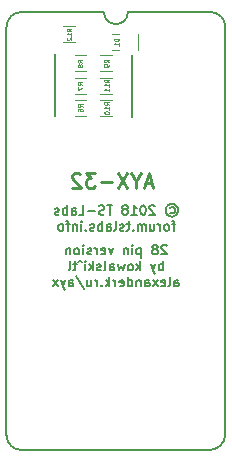
<source format=gbo>
G04 #@! TF.GenerationSoftware,KiCad,Pcbnew,5.0.1-33cea8e~68~ubuntu16.04.1*
G04 #@! TF.CreationDate,2018-11-17T04:31:05+03:00*
G04 #@! TF.ProjectId,ayx,6179782E6B696361645F706362000000,rev?*
G04 #@! TF.SameCoordinates,Original*
G04 #@! TF.FileFunction,Legend,Bot*
G04 #@! TF.FilePolarity,Positive*
%FSLAX46Y46*%
G04 Gerber Fmt 4.6, Leading zero omitted, Abs format (unit mm)*
G04 Created by KiCad (PCBNEW 5.0.1-33cea8e~68~ubuntu16.04.1) date Сб 17 ноя 2018 04:31:05*
%MOMM*%
%LPD*%
G01*
G04 APERTURE LIST*
%ADD10C,0.200000*%
%ADD11C,0.150000*%
%ADD12C,0.250000*%
%ADD13C,0.120000*%
%ADD14C,0.100000*%
%ADD15O,2.000000X2.000000*%
%ADD16R,2.000000X2.000000*%
%ADD17O,2.100000X2.100000*%
%ADD18R,2.100000X2.100000*%
%ADD19R,1.600000X1.300000*%
%ADD20O,1.750000X1.750000*%
%ADD21R,1.750000X1.750000*%
%ADD22R,1.600000X1.600000*%
%ADD23R,0.900000X1.300000*%
%ADD24C,1.400000*%
G04 APERTURE END LIST*
D10*
X149275800Y-93192600D02*
X149275800Y-87934800D01*
D11*
X152247066Y-104129895D02*
X152208971Y-104091800D01*
X152132780Y-104053704D01*
X151942304Y-104053704D01*
X151866114Y-104091800D01*
X151828019Y-104129895D01*
X151789923Y-104206085D01*
X151789923Y-104282276D01*
X151828019Y-104396561D01*
X152285161Y-104853704D01*
X151789923Y-104853704D01*
X151332780Y-104396561D02*
X151408971Y-104358466D01*
X151447066Y-104320371D01*
X151485161Y-104244180D01*
X151485161Y-104206085D01*
X151447066Y-104129895D01*
X151408971Y-104091800D01*
X151332780Y-104053704D01*
X151180400Y-104053704D01*
X151104209Y-104091800D01*
X151066114Y-104129895D01*
X151028019Y-104206085D01*
X151028019Y-104244180D01*
X151066114Y-104320371D01*
X151104209Y-104358466D01*
X151180400Y-104396561D01*
X151332780Y-104396561D01*
X151408971Y-104434657D01*
X151447066Y-104472752D01*
X151485161Y-104548942D01*
X151485161Y-104701323D01*
X151447066Y-104777514D01*
X151408971Y-104815609D01*
X151332780Y-104853704D01*
X151180400Y-104853704D01*
X151104209Y-104815609D01*
X151066114Y-104777514D01*
X151028019Y-104701323D01*
X151028019Y-104548942D01*
X151066114Y-104472752D01*
X151104209Y-104434657D01*
X151180400Y-104396561D01*
X150075638Y-104320371D02*
X150075638Y-105120371D01*
X150075638Y-104358466D02*
X149999447Y-104320371D01*
X149847066Y-104320371D01*
X149770876Y-104358466D01*
X149732780Y-104396561D01*
X149694685Y-104472752D01*
X149694685Y-104701323D01*
X149732780Y-104777514D01*
X149770876Y-104815609D01*
X149847066Y-104853704D01*
X149999447Y-104853704D01*
X150075638Y-104815609D01*
X149351828Y-104853704D02*
X149351828Y-104320371D01*
X149351828Y-104053704D02*
X149389923Y-104091800D01*
X149351828Y-104129895D01*
X149313733Y-104091800D01*
X149351828Y-104053704D01*
X149351828Y-104129895D01*
X148970876Y-104320371D02*
X148970876Y-104853704D01*
X148970876Y-104396561D02*
X148932780Y-104358466D01*
X148856590Y-104320371D01*
X148742304Y-104320371D01*
X148666114Y-104358466D01*
X148628019Y-104434657D01*
X148628019Y-104853704D01*
X147713733Y-104320371D02*
X147523257Y-104853704D01*
X147332780Y-104320371D01*
X146723257Y-104815609D02*
X146799447Y-104853704D01*
X146951828Y-104853704D01*
X147028019Y-104815609D01*
X147066114Y-104739419D01*
X147066114Y-104434657D01*
X147028019Y-104358466D01*
X146951828Y-104320371D01*
X146799447Y-104320371D01*
X146723257Y-104358466D01*
X146685161Y-104434657D01*
X146685161Y-104510847D01*
X147066114Y-104587038D01*
X146342304Y-104853704D02*
X146342304Y-104320371D01*
X146342304Y-104472752D02*
X146304209Y-104396561D01*
X146266114Y-104358466D01*
X146189923Y-104320371D01*
X146113733Y-104320371D01*
X145885161Y-104815609D02*
X145808971Y-104853704D01*
X145656590Y-104853704D01*
X145580400Y-104815609D01*
X145542304Y-104739419D01*
X145542304Y-104701323D01*
X145580400Y-104625133D01*
X145656590Y-104587038D01*
X145770876Y-104587038D01*
X145847066Y-104548942D01*
X145885161Y-104472752D01*
X145885161Y-104434657D01*
X145847066Y-104358466D01*
X145770876Y-104320371D01*
X145656590Y-104320371D01*
X145580400Y-104358466D01*
X145199447Y-104853704D02*
X145199447Y-104320371D01*
X145199447Y-104053704D02*
X145237542Y-104091800D01*
X145199447Y-104129895D01*
X145161352Y-104091800D01*
X145199447Y-104053704D01*
X145199447Y-104129895D01*
X144704209Y-104853704D02*
X144780400Y-104815609D01*
X144818495Y-104777514D01*
X144856590Y-104701323D01*
X144856590Y-104472752D01*
X144818495Y-104396561D01*
X144780400Y-104358466D01*
X144704209Y-104320371D01*
X144589923Y-104320371D01*
X144513733Y-104358466D01*
X144475638Y-104396561D01*
X144437542Y-104472752D01*
X144437542Y-104701323D01*
X144475638Y-104777514D01*
X144513733Y-104815609D01*
X144589923Y-104853704D01*
X144704209Y-104853704D01*
X144094685Y-104320371D02*
X144094685Y-104853704D01*
X144094685Y-104396561D02*
X144056590Y-104358466D01*
X143980400Y-104320371D01*
X143866114Y-104320371D01*
X143789923Y-104358466D01*
X143751828Y-104434657D01*
X143751828Y-104853704D01*
X151942304Y-106203704D02*
X151942304Y-105403704D01*
X151942304Y-105708466D02*
X151866114Y-105670371D01*
X151713733Y-105670371D01*
X151637542Y-105708466D01*
X151599447Y-105746561D01*
X151561352Y-105822752D01*
X151561352Y-106051323D01*
X151599447Y-106127514D01*
X151637542Y-106165609D01*
X151713733Y-106203704D01*
X151866114Y-106203704D01*
X151942304Y-106165609D01*
X151294685Y-105670371D02*
X151104209Y-106203704D01*
X150913733Y-105670371D02*
X151104209Y-106203704D01*
X151180400Y-106394180D01*
X151218495Y-106432276D01*
X151294685Y-106470371D01*
X149999447Y-106203704D02*
X149999447Y-105403704D01*
X149923257Y-105898942D02*
X149694685Y-106203704D01*
X149694685Y-105670371D02*
X149999447Y-105975133D01*
X149237542Y-106203704D02*
X149313733Y-106165609D01*
X149351828Y-106127514D01*
X149389923Y-106051323D01*
X149389923Y-105822752D01*
X149351828Y-105746561D01*
X149313733Y-105708466D01*
X149237542Y-105670371D01*
X149123257Y-105670371D01*
X149047066Y-105708466D01*
X149008971Y-105746561D01*
X148970876Y-105822752D01*
X148970876Y-106051323D01*
X149008971Y-106127514D01*
X149047066Y-106165609D01*
X149123257Y-106203704D01*
X149237542Y-106203704D01*
X148704209Y-105670371D02*
X148551828Y-106203704D01*
X148399447Y-105822752D01*
X148247066Y-106203704D01*
X148094685Y-105670371D01*
X147447066Y-106203704D02*
X147447066Y-105784657D01*
X147485161Y-105708466D01*
X147561352Y-105670371D01*
X147713733Y-105670371D01*
X147789923Y-105708466D01*
X147447066Y-106165609D02*
X147523257Y-106203704D01*
X147713733Y-106203704D01*
X147789923Y-106165609D01*
X147828019Y-106089419D01*
X147828019Y-106013228D01*
X147789923Y-105937038D01*
X147713733Y-105898942D01*
X147523257Y-105898942D01*
X147447066Y-105860847D01*
X146951828Y-106203704D02*
X147028019Y-106165609D01*
X147066114Y-106089419D01*
X147066114Y-105403704D01*
X146685161Y-106165609D02*
X146608971Y-106203704D01*
X146456590Y-106203704D01*
X146380400Y-106165609D01*
X146342304Y-106089419D01*
X146342304Y-106051323D01*
X146380400Y-105975133D01*
X146456590Y-105937038D01*
X146570876Y-105937038D01*
X146647066Y-105898942D01*
X146685161Y-105822752D01*
X146685161Y-105784657D01*
X146647066Y-105708466D01*
X146570876Y-105670371D01*
X146456590Y-105670371D01*
X146380400Y-105708466D01*
X145999447Y-106203704D02*
X145999447Y-105403704D01*
X145923257Y-105898942D02*
X145694685Y-106203704D01*
X145694685Y-105670371D02*
X145999447Y-105975133D01*
X145351828Y-106203704D02*
X145351828Y-105670371D01*
X145351828Y-105403704D02*
X145389923Y-105441800D01*
X145351828Y-105479895D01*
X145313733Y-105441800D01*
X145351828Y-105403704D01*
X145351828Y-105479895D01*
X145085161Y-105479895D02*
X144932780Y-105365609D01*
X144780400Y-105479895D01*
X144628019Y-105670371D02*
X144323257Y-105670371D01*
X144513733Y-105403704D02*
X144513733Y-106089419D01*
X144475638Y-106165609D01*
X144399447Y-106203704D01*
X144323257Y-106203704D01*
X143942304Y-106203704D02*
X144018495Y-106165609D01*
X144056590Y-106089419D01*
X144056590Y-105403704D01*
X152894685Y-107553704D02*
X152894685Y-107134657D01*
X152932780Y-107058466D01*
X153008971Y-107020371D01*
X153161352Y-107020371D01*
X153237542Y-107058466D01*
X152894685Y-107515609D02*
X152970876Y-107553704D01*
X153161352Y-107553704D01*
X153237542Y-107515609D01*
X153275638Y-107439419D01*
X153275638Y-107363228D01*
X153237542Y-107287038D01*
X153161352Y-107248942D01*
X152970876Y-107248942D01*
X152894685Y-107210847D01*
X152399447Y-107553704D02*
X152475638Y-107515609D01*
X152513733Y-107439419D01*
X152513733Y-106753704D01*
X151789923Y-107515609D02*
X151866114Y-107553704D01*
X152018495Y-107553704D01*
X152094685Y-107515609D01*
X152132780Y-107439419D01*
X152132780Y-107134657D01*
X152094685Y-107058466D01*
X152018495Y-107020371D01*
X151866114Y-107020371D01*
X151789923Y-107058466D01*
X151751828Y-107134657D01*
X151751828Y-107210847D01*
X152132780Y-107287038D01*
X151485161Y-107553704D02*
X151066114Y-107020371D01*
X151485161Y-107020371D02*
X151066114Y-107553704D01*
X150418495Y-107553704D02*
X150418495Y-107134657D01*
X150456590Y-107058466D01*
X150532780Y-107020371D01*
X150685161Y-107020371D01*
X150761352Y-107058466D01*
X150418495Y-107515609D02*
X150494685Y-107553704D01*
X150685161Y-107553704D01*
X150761352Y-107515609D01*
X150799447Y-107439419D01*
X150799447Y-107363228D01*
X150761352Y-107287038D01*
X150685161Y-107248942D01*
X150494685Y-107248942D01*
X150418495Y-107210847D01*
X150037542Y-107020371D02*
X150037542Y-107553704D01*
X150037542Y-107096561D02*
X149999447Y-107058466D01*
X149923257Y-107020371D01*
X149808971Y-107020371D01*
X149732780Y-107058466D01*
X149694685Y-107134657D01*
X149694685Y-107553704D01*
X148970876Y-107553704D02*
X148970876Y-106753704D01*
X148970876Y-107515609D02*
X149047066Y-107553704D01*
X149199447Y-107553704D01*
X149275638Y-107515609D01*
X149313733Y-107477514D01*
X149351828Y-107401323D01*
X149351828Y-107172752D01*
X149313733Y-107096561D01*
X149275638Y-107058466D01*
X149199447Y-107020371D01*
X149047066Y-107020371D01*
X148970876Y-107058466D01*
X148285161Y-107515609D02*
X148361352Y-107553704D01*
X148513733Y-107553704D01*
X148589923Y-107515609D01*
X148628019Y-107439419D01*
X148628019Y-107134657D01*
X148589923Y-107058466D01*
X148513733Y-107020371D01*
X148361352Y-107020371D01*
X148285161Y-107058466D01*
X148247066Y-107134657D01*
X148247066Y-107210847D01*
X148628019Y-107287038D01*
X147904209Y-107553704D02*
X147904209Y-107020371D01*
X147904209Y-107172752D02*
X147866114Y-107096561D01*
X147828019Y-107058466D01*
X147751828Y-107020371D01*
X147675638Y-107020371D01*
X147408971Y-107553704D02*
X147408971Y-106753704D01*
X147332780Y-107248942D02*
X147104209Y-107553704D01*
X147104209Y-107020371D02*
X147408971Y-107325133D01*
X146761352Y-107477514D02*
X146723257Y-107515609D01*
X146761352Y-107553704D01*
X146799447Y-107515609D01*
X146761352Y-107477514D01*
X146761352Y-107553704D01*
X146380400Y-107553704D02*
X146380400Y-107020371D01*
X146380400Y-107172752D02*
X146342304Y-107096561D01*
X146304209Y-107058466D01*
X146228019Y-107020371D01*
X146151828Y-107020371D01*
X145542304Y-107020371D02*
X145542304Y-107553704D01*
X145885161Y-107020371D02*
X145885161Y-107439419D01*
X145847066Y-107515609D01*
X145770876Y-107553704D01*
X145656590Y-107553704D01*
X145580400Y-107515609D01*
X145542304Y-107477514D01*
X144589923Y-106715609D02*
X145275638Y-107744180D01*
X143980400Y-107553704D02*
X143980400Y-107134657D01*
X144018495Y-107058466D01*
X144094685Y-107020371D01*
X144247066Y-107020371D01*
X144323257Y-107058466D01*
X143980400Y-107515609D02*
X144056590Y-107553704D01*
X144247066Y-107553704D01*
X144323257Y-107515609D01*
X144361352Y-107439419D01*
X144361352Y-107363228D01*
X144323257Y-107287038D01*
X144247066Y-107248942D01*
X144056590Y-107248942D01*
X143980400Y-107210847D01*
X143675638Y-107020371D02*
X143485161Y-107553704D01*
X143294685Y-107020371D02*
X143485161Y-107553704D01*
X143561352Y-107744180D01*
X143599447Y-107782276D01*
X143675638Y-107820371D01*
X143066114Y-107553704D02*
X142647066Y-107020371D01*
X143066114Y-107020371D02*
X142647066Y-107553704D01*
X152539133Y-100880580D02*
X152615323Y-100842485D01*
X152767704Y-100842485D01*
X152843895Y-100880580D01*
X152920085Y-100956771D01*
X152958180Y-101032961D01*
X152958180Y-101185342D01*
X152920085Y-101261533D01*
X152843895Y-101337723D01*
X152767704Y-101375819D01*
X152615323Y-101375819D01*
X152539133Y-101337723D01*
X152691514Y-100575819D02*
X152881990Y-100613914D01*
X153072466Y-100728200D01*
X153186752Y-100918676D01*
X153224847Y-101109152D01*
X153186752Y-101299628D01*
X153072466Y-101490104D01*
X152881990Y-101604390D01*
X152691514Y-101642485D01*
X152501038Y-101604390D01*
X152310561Y-101490104D01*
X152196276Y-101299628D01*
X152158180Y-101109152D01*
X152196276Y-100918676D01*
X152310561Y-100728200D01*
X152501038Y-100613914D01*
X152691514Y-100575819D01*
X151243895Y-100766295D02*
X151205800Y-100728200D01*
X151129609Y-100690104D01*
X150939133Y-100690104D01*
X150862942Y-100728200D01*
X150824847Y-100766295D01*
X150786752Y-100842485D01*
X150786752Y-100918676D01*
X150824847Y-101032961D01*
X151281990Y-101490104D01*
X150786752Y-101490104D01*
X150291514Y-100690104D02*
X150215323Y-100690104D01*
X150139133Y-100728200D01*
X150101038Y-100766295D01*
X150062942Y-100842485D01*
X150024847Y-100994866D01*
X150024847Y-101185342D01*
X150062942Y-101337723D01*
X150101038Y-101413914D01*
X150139133Y-101452009D01*
X150215323Y-101490104D01*
X150291514Y-101490104D01*
X150367704Y-101452009D01*
X150405800Y-101413914D01*
X150443895Y-101337723D01*
X150481990Y-101185342D01*
X150481990Y-100994866D01*
X150443895Y-100842485D01*
X150405800Y-100766295D01*
X150367704Y-100728200D01*
X150291514Y-100690104D01*
X149262942Y-101490104D02*
X149720085Y-101490104D01*
X149491514Y-101490104D02*
X149491514Y-100690104D01*
X149567704Y-100804390D01*
X149643895Y-100880580D01*
X149720085Y-100918676D01*
X148805800Y-101032961D02*
X148881990Y-100994866D01*
X148920085Y-100956771D01*
X148958180Y-100880580D01*
X148958180Y-100842485D01*
X148920085Y-100766295D01*
X148881990Y-100728200D01*
X148805800Y-100690104D01*
X148653419Y-100690104D01*
X148577228Y-100728200D01*
X148539133Y-100766295D01*
X148501038Y-100842485D01*
X148501038Y-100880580D01*
X148539133Y-100956771D01*
X148577228Y-100994866D01*
X148653419Y-101032961D01*
X148805800Y-101032961D01*
X148881990Y-101071057D01*
X148920085Y-101109152D01*
X148958180Y-101185342D01*
X148958180Y-101337723D01*
X148920085Y-101413914D01*
X148881990Y-101452009D01*
X148805800Y-101490104D01*
X148653419Y-101490104D01*
X148577228Y-101452009D01*
X148539133Y-101413914D01*
X148501038Y-101337723D01*
X148501038Y-101185342D01*
X148539133Y-101109152D01*
X148577228Y-101071057D01*
X148653419Y-101032961D01*
X147662942Y-100690104D02*
X147205800Y-100690104D01*
X147434371Y-101490104D02*
X147434371Y-100690104D01*
X146977228Y-101452009D02*
X146862942Y-101490104D01*
X146672466Y-101490104D01*
X146596276Y-101452009D01*
X146558180Y-101413914D01*
X146520085Y-101337723D01*
X146520085Y-101261533D01*
X146558180Y-101185342D01*
X146596276Y-101147247D01*
X146672466Y-101109152D01*
X146824847Y-101071057D01*
X146901038Y-101032961D01*
X146939133Y-100994866D01*
X146977228Y-100918676D01*
X146977228Y-100842485D01*
X146939133Y-100766295D01*
X146901038Y-100728200D01*
X146824847Y-100690104D01*
X146634371Y-100690104D01*
X146520085Y-100728200D01*
X146177228Y-101185342D02*
X145567704Y-101185342D01*
X144805800Y-101490104D02*
X145186752Y-101490104D01*
X145186752Y-100690104D01*
X144196276Y-101490104D02*
X144196276Y-101071057D01*
X144234371Y-100994866D01*
X144310561Y-100956771D01*
X144462942Y-100956771D01*
X144539133Y-100994866D01*
X144196276Y-101452009D02*
X144272466Y-101490104D01*
X144462942Y-101490104D01*
X144539133Y-101452009D01*
X144577228Y-101375819D01*
X144577228Y-101299628D01*
X144539133Y-101223438D01*
X144462942Y-101185342D01*
X144272466Y-101185342D01*
X144196276Y-101147247D01*
X143815323Y-101490104D02*
X143815323Y-100690104D01*
X143815323Y-100994866D02*
X143739133Y-100956771D01*
X143586752Y-100956771D01*
X143510561Y-100994866D01*
X143472466Y-101032961D01*
X143434371Y-101109152D01*
X143434371Y-101337723D01*
X143472466Y-101413914D01*
X143510561Y-101452009D01*
X143586752Y-101490104D01*
X143739133Y-101490104D01*
X143815323Y-101452009D01*
X143129609Y-101452009D02*
X143053419Y-101490104D01*
X142901038Y-101490104D01*
X142824847Y-101452009D01*
X142786752Y-101375819D01*
X142786752Y-101337723D01*
X142824847Y-101261533D01*
X142901038Y-101223438D01*
X143015323Y-101223438D01*
X143091514Y-101185342D01*
X143129609Y-101109152D01*
X143129609Y-101071057D01*
X143091514Y-100994866D01*
X143015323Y-100956771D01*
X142901038Y-100956771D01*
X142824847Y-100994866D01*
X152996276Y-102306771D02*
X152691514Y-102306771D01*
X152881990Y-102840104D02*
X152881990Y-102154390D01*
X152843895Y-102078200D01*
X152767704Y-102040104D01*
X152691514Y-102040104D01*
X152310561Y-102840104D02*
X152386752Y-102802009D01*
X152424847Y-102763914D01*
X152462942Y-102687723D01*
X152462942Y-102459152D01*
X152424847Y-102382961D01*
X152386752Y-102344866D01*
X152310561Y-102306771D01*
X152196276Y-102306771D01*
X152120085Y-102344866D01*
X152081990Y-102382961D01*
X152043895Y-102459152D01*
X152043895Y-102687723D01*
X152081990Y-102763914D01*
X152120085Y-102802009D01*
X152196276Y-102840104D01*
X152310561Y-102840104D01*
X151701038Y-102840104D02*
X151701038Y-102306771D01*
X151701038Y-102459152D02*
X151662942Y-102382961D01*
X151624847Y-102344866D01*
X151548657Y-102306771D01*
X151472466Y-102306771D01*
X150862942Y-102306771D02*
X150862942Y-102840104D01*
X151205800Y-102306771D02*
X151205800Y-102725819D01*
X151167704Y-102802009D01*
X151091514Y-102840104D01*
X150977228Y-102840104D01*
X150901038Y-102802009D01*
X150862942Y-102763914D01*
X150481990Y-102840104D02*
X150481990Y-102306771D01*
X150481990Y-102382961D02*
X150443895Y-102344866D01*
X150367704Y-102306771D01*
X150253419Y-102306771D01*
X150177228Y-102344866D01*
X150139133Y-102421057D01*
X150139133Y-102840104D01*
X150139133Y-102421057D02*
X150101038Y-102344866D01*
X150024847Y-102306771D01*
X149910561Y-102306771D01*
X149834371Y-102344866D01*
X149796276Y-102421057D01*
X149796276Y-102840104D01*
X149415323Y-102763914D02*
X149377228Y-102802009D01*
X149415323Y-102840104D01*
X149453419Y-102802009D01*
X149415323Y-102763914D01*
X149415323Y-102840104D01*
X149148657Y-102306771D02*
X148843895Y-102306771D01*
X149034371Y-102040104D02*
X149034371Y-102725819D01*
X148996276Y-102802009D01*
X148920085Y-102840104D01*
X148843895Y-102840104D01*
X148615323Y-102802009D02*
X148539133Y-102840104D01*
X148386752Y-102840104D01*
X148310561Y-102802009D01*
X148272466Y-102725819D01*
X148272466Y-102687723D01*
X148310561Y-102611533D01*
X148386752Y-102573438D01*
X148501038Y-102573438D01*
X148577228Y-102535342D01*
X148615323Y-102459152D01*
X148615323Y-102421057D01*
X148577228Y-102344866D01*
X148501038Y-102306771D01*
X148386752Y-102306771D01*
X148310561Y-102344866D01*
X147815323Y-102840104D02*
X147891514Y-102802009D01*
X147929609Y-102725819D01*
X147929609Y-102040104D01*
X147167704Y-102840104D02*
X147167704Y-102421057D01*
X147205800Y-102344866D01*
X147281990Y-102306771D01*
X147434371Y-102306771D01*
X147510561Y-102344866D01*
X147167704Y-102802009D02*
X147243895Y-102840104D01*
X147434371Y-102840104D01*
X147510561Y-102802009D01*
X147548657Y-102725819D01*
X147548657Y-102649628D01*
X147510561Y-102573438D01*
X147434371Y-102535342D01*
X147243895Y-102535342D01*
X147167704Y-102497247D01*
X146786752Y-102840104D02*
X146786752Y-102040104D01*
X146786752Y-102344866D02*
X146710561Y-102306771D01*
X146558180Y-102306771D01*
X146481990Y-102344866D01*
X146443895Y-102382961D01*
X146405800Y-102459152D01*
X146405800Y-102687723D01*
X146443895Y-102763914D01*
X146481990Y-102802009D01*
X146558180Y-102840104D01*
X146710561Y-102840104D01*
X146786752Y-102802009D01*
X146101038Y-102802009D02*
X146024847Y-102840104D01*
X145872466Y-102840104D01*
X145796276Y-102802009D01*
X145758180Y-102725819D01*
X145758180Y-102687723D01*
X145796276Y-102611533D01*
X145872466Y-102573438D01*
X145986752Y-102573438D01*
X146062942Y-102535342D01*
X146101038Y-102459152D01*
X146101038Y-102421057D01*
X146062942Y-102344866D01*
X145986752Y-102306771D01*
X145872466Y-102306771D01*
X145796276Y-102344866D01*
X145415323Y-102763914D02*
X145377228Y-102802009D01*
X145415323Y-102840104D01*
X145453419Y-102802009D01*
X145415323Y-102763914D01*
X145415323Y-102840104D01*
X145034371Y-102840104D02*
X145034371Y-102306771D01*
X145034371Y-102040104D02*
X145072466Y-102078200D01*
X145034371Y-102116295D01*
X144996276Y-102078200D01*
X145034371Y-102040104D01*
X145034371Y-102116295D01*
X144653419Y-102306771D02*
X144653419Y-102840104D01*
X144653419Y-102382961D02*
X144615323Y-102344866D01*
X144539133Y-102306771D01*
X144424847Y-102306771D01*
X144348657Y-102344866D01*
X144310561Y-102421057D01*
X144310561Y-102840104D01*
X144043895Y-102306771D02*
X143739133Y-102306771D01*
X143929609Y-102840104D02*
X143929609Y-102154390D01*
X143891514Y-102078200D01*
X143815323Y-102040104D01*
X143739133Y-102040104D01*
X143358180Y-102840104D02*
X143434371Y-102802009D01*
X143472466Y-102763914D01*
X143510561Y-102687723D01*
X143510561Y-102459152D01*
X143472466Y-102382961D01*
X143434371Y-102344866D01*
X143358180Y-102306771D01*
X143243895Y-102306771D01*
X143167704Y-102344866D01*
X143129609Y-102382961D01*
X143091514Y-102459152D01*
X143091514Y-102687723D01*
X143129609Y-102763914D01*
X143167704Y-102802009D01*
X143243895Y-102840104D01*
X143358180Y-102840104D01*
D12*
X151017657Y-98836533D02*
X150422419Y-98836533D01*
X151136704Y-99193676D02*
X150720038Y-97943676D01*
X150303371Y-99193676D01*
X149648609Y-98598438D02*
X149648609Y-99193676D01*
X150065276Y-97943676D02*
X149648609Y-98598438D01*
X149231942Y-97943676D01*
X148934323Y-97943676D02*
X148100990Y-99193676D01*
X148100990Y-97943676D02*
X148934323Y-99193676D01*
X147624800Y-98717485D02*
X146672419Y-98717485D01*
X146196228Y-97943676D02*
X145422419Y-97943676D01*
X145839085Y-98419866D01*
X145660514Y-98419866D01*
X145541466Y-98479390D01*
X145481942Y-98538914D01*
X145422419Y-98657961D01*
X145422419Y-98955580D01*
X145481942Y-99074628D01*
X145541466Y-99134152D01*
X145660514Y-99193676D01*
X146017657Y-99193676D01*
X146136704Y-99134152D01*
X146196228Y-99074628D01*
X144946228Y-98062723D02*
X144886704Y-98003200D01*
X144767657Y-97943676D01*
X144470038Y-97943676D01*
X144350990Y-98003200D01*
X144291466Y-98062723D01*
X144231942Y-98181771D01*
X144231942Y-98300819D01*
X144291466Y-98479390D01*
X145005752Y-99193676D01*
X144231942Y-99193676D01*
D10*
X142824200Y-93167200D02*
X142824200Y-87909400D01*
D11*
X146939000Y-84328000D02*
G75*
G03X148971000Y-84328000I1016000J0D01*
G01*
X146939000Y-84328000D02*
X139954000Y-84328000D01*
X155829000Y-121417761D02*
G75*
G03X157226000Y-120142000I0J1402761D01*
G01*
X138684000Y-120142000D02*
G75*
G03X139954000Y-121412000I1270000J0D01*
G01*
X157226000Y-85598000D02*
G75*
G03X155956000Y-84328000I-1270000J0D01*
G01*
X139954000Y-84328000D02*
G75*
G03X138684000Y-85598000I0J-1270000D01*
G01*
X138684000Y-120142000D02*
X138684000Y-85598000D01*
X155829000Y-121412000D02*
X139954000Y-121412000D01*
X157226000Y-85598000D02*
X157226000Y-120142000D01*
X148971000Y-84328000D02*
X155956000Y-84328000D01*
D13*
G04 #@! TO.C,R6*
X145450000Y-91776000D02*
X144450000Y-91776000D01*
X144450000Y-93136000D02*
X145450000Y-93136000D01*
G04 #@! TO.C,R7*
X145450000Y-89871000D02*
X144450000Y-89871000D01*
X144450000Y-91231000D02*
X145450000Y-91231000D01*
G04 #@! TO.C,R8*
X145450000Y-87966000D02*
X144450000Y-87966000D01*
X144450000Y-89326000D02*
X145450000Y-89326000D01*
G04 #@! TO.C,R9*
X146650000Y-89326000D02*
X147650000Y-89326000D01*
X147650000Y-87966000D02*
X146650000Y-87966000D01*
G04 #@! TO.C,R10*
X146650000Y-93136000D02*
X147650000Y-93136000D01*
X147650000Y-91776000D02*
X146650000Y-91776000D01*
G04 #@! TO.C,R11*
X146650000Y-91231000D02*
X147650000Y-91231000D01*
X147650000Y-89871000D02*
X146650000Y-89871000D01*
G04 #@! TO.C,D1*
X149800000Y-86168000D02*
X147000000Y-86168000D01*
X149800000Y-87568000D02*
X147000000Y-87568000D01*
X149800000Y-86168000D02*
X149800000Y-87568000D01*
G04 #@! TO.C,R12*
X143500000Y-86880000D02*
X144500000Y-86880000D01*
X144500000Y-85520000D02*
X143500000Y-85520000D01*
G04 #@! TD*
G04 #@! TO.C,R6*
D14*
X145138752Y-92363933D02*
X144948276Y-92230600D01*
X145138752Y-92135361D02*
X144738752Y-92135361D01*
X144738752Y-92287742D01*
X144757800Y-92325838D01*
X144776847Y-92344885D01*
X144814942Y-92363933D01*
X144872085Y-92363933D01*
X144910180Y-92344885D01*
X144929228Y-92325838D01*
X144948276Y-92287742D01*
X144948276Y-92135361D01*
X144738752Y-92706790D02*
X144738752Y-92630600D01*
X144757800Y-92592504D01*
X144776847Y-92573457D01*
X144833990Y-92535361D01*
X144910180Y-92516314D01*
X145062561Y-92516314D01*
X145100657Y-92535361D01*
X145119704Y-92554409D01*
X145138752Y-92592504D01*
X145138752Y-92668695D01*
X145119704Y-92706790D01*
X145100657Y-92725838D01*
X145062561Y-92744885D01*
X144967323Y-92744885D01*
X144929228Y-92725838D01*
X144910180Y-92706790D01*
X144891133Y-92668695D01*
X144891133Y-92592504D01*
X144910180Y-92554409D01*
X144929228Y-92535361D01*
X144967323Y-92516314D01*
G04 #@! TO.C,R7*
X145113352Y-90509733D02*
X144922876Y-90376400D01*
X145113352Y-90281161D02*
X144713352Y-90281161D01*
X144713352Y-90433542D01*
X144732400Y-90471638D01*
X144751447Y-90490685D01*
X144789542Y-90509733D01*
X144846685Y-90509733D01*
X144884780Y-90490685D01*
X144903828Y-90471638D01*
X144922876Y-90433542D01*
X144922876Y-90281161D01*
X144713352Y-90643066D02*
X144713352Y-90909733D01*
X145113352Y-90738304D01*
G04 #@! TO.C,R8*
X145113352Y-88604733D02*
X144922876Y-88471400D01*
X145113352Y-88376161D02*
X144713352Y-88376161D01*
X144713352Y-88528542D01*
X144732400Y-88566638D01*
X144751447Y-88585685D01*
X144789542Y-88604733D01*
X144846685Y-88604733D01*
X144884780Y-88585685D01*
X144903828Y-88566638D01*
X144922876Y-88528542D01*
X144922876Y-88376161D01*
X144884780Y-88833304D02*
X144865733Y-88795209D01*
X144846685Y-88776161D01*
X144808590Y-88757114D01*
X144789542Y-88757114D01*
X144751447Y-88776161D01*
X144732400Y-88795209D01*
X144713352Y-88833304D01*
X144713352Y-88909495D01*
X144732400Y-88947590D01*
X144751447Y-88966638D01*
X144789542Y-88985685D01*
X144808590Y-88985685D01*
X144846685Y-88966638D01*
X144865733Y-88947590D01*
X144884780Y-88909495D01*
X144884780Y-88833304D01*
X144903828Y-88795209D01*
X144922876Y-88776161D01*
X144960971Y-88757114D01*
X145037161Y-88757114D01*
X145075257Y-88776161D01*
X145094304Y-88795209D01*
X145113352Y-88833304D01*
X145113352Y-88909495D01*
X145094304Y-88947590D01*
X145075257Y-88966638D01*
X145037161Y-88985685D01*
X144960971Y-88985685D01*
X144922876Y-88966638D01*
X144903828Y-88947590D01*
X144884780Y-88909495D01*
G04 #@! TO.C,R9*
X147348552Y-88579333D02*
X147158076Y-88446000D01*
X147348552Y-88350761D02*
X146948552Y-88350761D01*
X146948552Y-88503142D01*
X146967600Y-88541238D01*
X146986647Y-88560285D01*
X147024742Y-88579333D01*
X147081885Y-88579333D01*
X147119980Y-88560285D01*
X147139028Y-88541238D01*
X147158076Y-88503142D01*
X147158076Y-88350761D01*
X147348552Y-88769809D02*
X147348552Y-88846000D01*
X147329504Y-88884095D01*
X147310457Y-88903142D01*
X147253314Y-88941238D01*
X147177123Y-88960285D01*
X147024742Y-88960285D01*
X146986647Y-88941238D01*
X146967600Y-88922190D01*
X146948552Y-88884095D01*
X146948552Y-88807904D01*
X146967600Y-88769809D01*
X146986647Y-88750761D01*
X147024742Y-88731714D01*
X147119980Y-88731714D01*
X147158076Y-88750761D01*
X147177123Y-88769809D01*
X147196171Y-88807904D01*
X147196171Y-88884095D01*
X147177123Y-88922190D01*
X147158076Y-88941238D01*
X147119980Y-88960285D01*
G04 #@! TO.C,R10*
X147373952Y-92198857D02*
X147183476Y-92065523D01*
X147373952Y-91970285D02*
X146973952Y-91970285D01*
X146973952Y-92122666D01*
X146993000Y-92160761D01*
X147012047Y-92179809D01*
X147050142Y-92198857D01*
X147107285Y-92198857D01*
X147145380Y-92179809D01*
X147164428Y-92160761D01*
X147183476Y-92122666D01*
X147183476Y-91970285D01*
X147373952Y-92579809D02*
X147373952Y-92351238D01*
X147373952Y-92465523D02*
X146973952Y-92465523D01*
X147031095Y-92427428D01*
X147069190Y-92389333D01*
X147088238Y-92351238D01*
X146973952Y-92827428D02*
X146973952Y-92865523D01*
X146993000Y-92903619D01*
X147012047Y-92922666D01*
X147050142Y-92941714D01*
X147126333Y-92960761D01*
X147221571Y-92960761D01*
X147297761Y-92941714D01*
X147335857Y-92922666D01*
X147354904Y-92903619D01*
X147373952Y-92865523D01*
X147373952Y-92827428D01*
X147354904Y-92789333D01*
X147335857Y-92770285D01*
X147297761Y-92751238D01*
X147221571Y-92732190D01*
X147126333Y-92732190D01*
X147050142Y-92751238D01*
X147012047Y-92770285D01*
X146993000Y-92789333D01*
X146973952Y-92827428D01*
G04 #@! TO.C,R11*
X147373952Y-90268457D02*
X147183476Y-90135123D01*
X147373952Y-90039885D02*
X146973952Y-90039885D01*
X146973952Y-90192266D01*
X146993000Y-90230361D01*
X147012047Y-90249409D01*
X147050142Y-90268457D01*
X147107285Y-90268457D01*
X147145380Y-90249409D01*
X147164428Y-90230361D01*
X147183476Y-90192266D01*
X147183476Y-90039885D01*
X147373952Y-90649409D02*
X147373952Y-90420838D01*
X147373952Y-90535123D02*
X146973952Y-90535123D01*
X147031095Y-90497028D01*
X147069190Y-90458933D01*
X147088238Y-90420838D01*
X147373952Y-91030361D02*
X147373952Y-90801790D01*
X147373952Y-90916076D02*
X146973952Y-90916076D01*
X147031095Y-90877980D01*
X147069190Y-90839885D01*
X147088238Y-90801790D01*
G04 #@! TO.C,D1*
X148186752Y-86572761D02*
X147786752Y-86572761D01*
X147786752Y-86668000D01*
X147805800Y-86725142D01*
X147843895Y-86763238D01*
X147881990Y-86782285D01*
X147958180Y-86801333D01*
X148015323Y-86801333D01*
X148091514Y-86782285D01*
X148129609Y-86763238D01*
X148167704Y-86725142D01*
X148186752Y-86668000D01*
X148186752Y-86572761D01*
X148186752Y-87182285D02*
X148186752Y-86953714D01*
X148186752Y-87068000D02*
X147786752Y-87068000D01*
X147843895Y-87029904D01*
X147881990Y-86991809D01*
X147901038Y-86953714D01*
G04 #@! TO.C,R12*
X144180952Y-85950457D02*
X143990476Y-85817123D01*
X144180952Y-85721885D02*
X143780952Y-85721885D01*
X143780952Y-85874266D01*
X143800000Y-85912361D01*
X143819047Y-85931409D01*
X143857142Y-85950457D01*
X143914285Y-85950457D01*
X143952380Y-85931409D01*
X143971428Y-85912361D01*
X143990476Y-85874266D01*
X143990476Y-85721885D01*
X144180952Y-86331409D02*
X144180952Y-86102838D01*
X144180952Y-86217123D02*
X143780952Y-86217123D01*
X143838095Y-86179028D01*
X143876190Y-86140933D01*
X143895238Y-86102838D01*
X143819047Y-86483790D02*
X143800000Y-86502838D01*
X143780952Y-86540933D01*
X143780952Y-86636171D01*
X143800000Y-86674266D01*
X143819047Y-86693314D01*
X143857142Y-86712361D01*
X143895238Y-86712361D01*
X143952380Y-86693314D01*
X144180952Y-86464742D01*
X144180952Y-86712361D01*
G04 #@! TD*
%LPC*%
D15*
G04 #@! TO.C,U2*
X155575000Y-86360000D03*
X140335000Y-119380000D03*
X155575000Y-88900000D03*
X140335000Y-116840000D03*
X155575000Y-91440000D03*
X140335000Y-114300000D03*
X155575000Y-93980000D03*
X140335000Y-111760000D03*
X155575000Y-96520000D03*
X140335000Y-109220000D03*
X155575000Y-99060000D03*
X140335000Y-106680000D03*
X155575000Y-101600000D03*
X140335000Y-104140000D03*
X155575000Y-104140000D03*
X140335000Y-101600000D03*
X155575000Y-106680000D03*
X140335000Y-99060000D03*
X155575000Y-109220000D03*
X140335000Y-96520000D03*
X155575000Y-111760000D03*
X140335000Y-93980000D03*
X155575000Y-114300000D03*
X140335000Y-91440000D03*
X155575000Y-116840000D03*
X140335000Y-88900000D03*
X155575000Y-119380000D03*
D16*
X140335000Y-86360000D03*
G04 #@! TD*
D17*
G04 #@! TO.C,J2*
X142875000Y-119380000D03*
X145415000Y-119380000D03*
X147955000Y-119380000D03*
X150495000Y-119380000D03*
D18*
X153035000Y-119380000D03*
G04 #@! TD*
D19*
G04 #@! TO.C,R6*
X143850000Y-92456000D03*
X146050000Y-92456000D03*
G04 #@! TD*
G04 #@! TO.C,R7*
X143850000Y-90551000D03*
X146050000Y-90551000D03*
G04 #@! TD*
G04 #@! TO.C,R8*
X143850000Y-88646000D03*
X146050000Y-88646000D03*
G04 #@! TD*
G04 #@! TO.C,R9*
X148250000Y-88646000D03*
X146050000Y-88646000D03*
G04 #@! TD*
G04 #@! TO.C,R10*
X148250000Y-92456000D03*
X146050000Y-92456000D03*
G04 #@! TD*
G04 #@! TO.C,R11*
X148250000Y-90551000D03*
X146050000Y-90551000D03*
G04 #@! TD*
D20*
G04 #@! TO.C,JP1*
X144627600Y-116840000D03*
D21*
X142627600Y-116840000D03*
G04 #@! TD*
D22*
G04 #@! TO.C,D1*
X149100000Y-86868000D03*
X146900000Y-86868000D03*
G04 #@! TD*
D23*
G04 #@! TO.C,R12*
X144750000Y-86200000D03*
X143250000Y-86200000D03*
G04 #@! TD*
D24*
G04 #@! TO.C,Y1*
X147218400Y-109575600D03*
X145718400Y-109575600D03*
G04 #@! TD*
M02*

</source>
